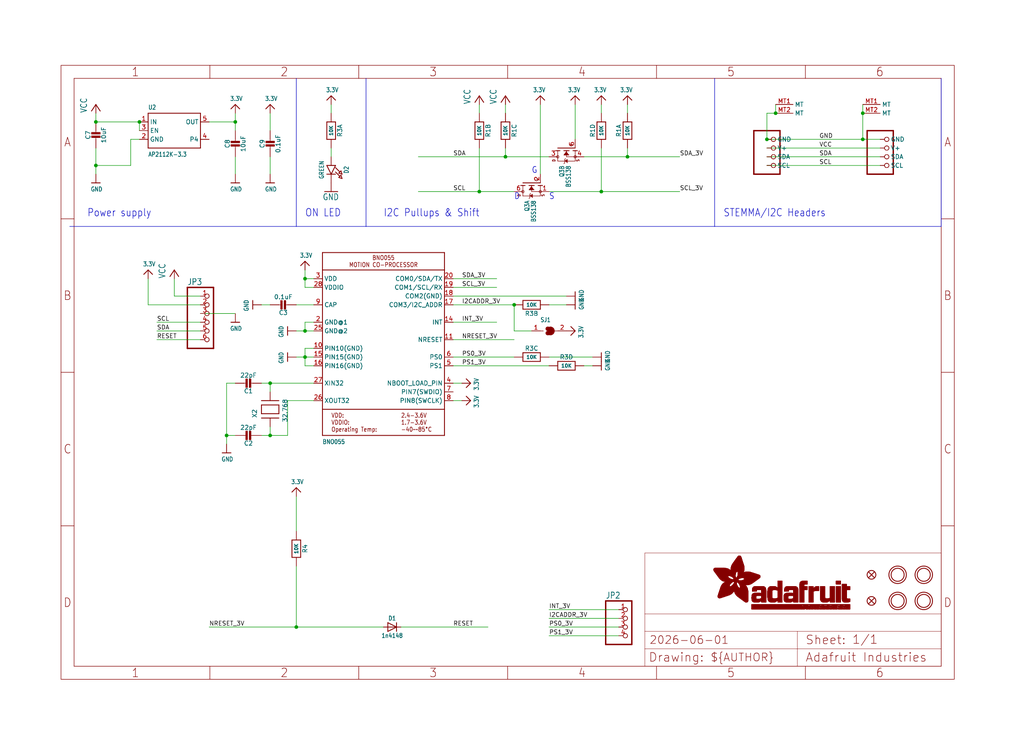
<source format=kicad_sch>
(kicad_sch (version 20230121) (generator eeschema)
  (paper "User" 298.45 217.322)
  (lib_symbols
    (symbol "working-eagle-import:3.3V" (power)
      (property "Value" "3.3V" (at -1.524 1.016 0))
      (symbol "3.3V_1_0"
        (pin power_in line (at 0 -2.54 90) (length 2.54) (name "3.3V") (number "1"))
      )
    )
    (symbol "working-eagle-import:BNO055"
      (symbol "BNO055_1_0"
        (text "2.4-3.6V\n1.7-3.6V\n-40~~85°C" (at 5.08 -24.13 0) (effects (font (size 1.27 1.0795)) (justify left)))
        (text "BNO055\nMOTION CO-PROCESSOR" (at 0 22.86 0) (effects (font (size 1.27 1.0795))))
        (text "VDD:\nVDDIO:\nOperating Temp:" (at -15.24 -24.13 0) (effects (font (size 1.27 1.0795)) (justify left)))
        (pin bidirectional line (at -20.32 -2.54 0) (length 2.54) (name "PIN10(GND)") (number "10"))
        (pin bidirectional line (at 20.32 0 180) (length 2.54) (name "NRESET") (number "11"))
        (pin output line (at 20.32 5.08 180) (length 2.54) (name "INT") (number "14"))
        (pin bidirectional line (at -20.32 -5.08 0) (length 2.54) (name "PIN15(GND)") (number "15"))
        (pin bidirectional line (at -20.32 -7.62 0) (length 2.54) (name "PIN16(GND)") (number "16"))
        (pin bidirectional line (at 20.32 10.16 180) (length 2.54) (name "COM3/I2C_ADDR") (number "17"))
        (pin bidirectional line (at 20.32 12.7 180) (length 2.54) (name "COM2(GND)") (number "18"))
        (pin bidirectional line (at 20.32 15.24 180) (length 2.54) (name "COM1/SCL/RX") (number "19"))
        (pin power_in line (at -20.32 5.08 0) (length 2.54) (name "GND@1") (number "2"))
        (pin bidirectional line (at 20.32 17.78 180) (length 2.54) (name "COM0/SDA/TX") (number "20"))
        (pin power_in line (at -20.32 2.54 0) (length 2.54) (name "GND@2") (number "25"))
        (pin output line (at -20.32 -17.78 0) (length 2.54) (name "XOUT32") (number "26"))
        (pin input line (at -20.32 -12.7 0) (length 2.54) (name "XIN32") (number "27"))
        (pin power_in line (at -20.32 15.24 0) (length 2.54) (name "VDDIO") (number "28"))
        (pin power_in line (at -20.32 17.78 0) (length 2.54) (name "VDD") (number "3"))
        (pin bidirectional line (at 20.32 -12.7 180) (length 2.54) (name "NBOOT_LOAD_PIN") (number "4"))
        (pin input line (at 20.32 -7.62 180) (length 2.54) (name "PS1") (number "5"))
        (pin input line (at 20.32 -5.08 180) (length 2.54) (name "PS0") (number "6"))
        (pin bidirectional line (at 20.32 -15.24 180) (length 2.54) (name "PIN7(SWDIO)") (number "7"))
        (pin bidirectional line (at 20.32 -17.78 180) (length 2.54) (name "PIN8(SWCLK)") (number "8"))
        (pin passive line (at -20.32 10.16 0) (length 2.54) (name "CAP") (number "9"))
      )
    )
    (symbol "working-eagle-import:CAP_CERAMIC0603_NO"
      (property "Reference" "C" (at -2.29 1.25 90))
      (symbol "CAP_CERAMIC0603_NO_1_0"
        (pin passive line (at 0 5.08 270) (length 2.54) (name "1") (number "1"))
        (pin passive line (at 0 -2.54 90) (length 2.54) (name "2") (number "2"))
      )
    )
    (symbol "working-eagle-import:CAP_CERAMIC0805-NOOUTLINE"
      (property "Reference" "C" (at -2.29 1.25 90))
      (symbol "CAP_CERAMIC0805-NOOUTLINE_1_0"
        (pin passive line (at 0 5.08 270) (length 2.54) (name "1") (number "1"))
        (pin passive line (at 0 -2.54 90) (length 2.54) (name "2") (number "2"))
      )
    )
    (symbol "working-eagle-import:DIODESOD-323"
      (property "Reference" "D" (at 0 2.54 0))
      (symbol "DIODESOD-323_1_0"
        (pin passive line (at -2.54 0 0) (length 2.54) (name "A") (number "A"))
        (pin passive line (at 2.54 0 180) (length 2.54) (name "C") (number "C"))
      )
    )
    (symbol "working-eagle-import:FIDUCIAL_1MM")
    (symbol "working-eagle-import:FRAME_A4_ADAFRUIT"
      (symbol "FRAME_A4_ADAFRUIT_1_0"
        (text "${#}/${##}" (at 230.505 10.16 0) (effects (font (size 2.54 2.54)) (justify left bottom)))
        (text "${AUTHOR}" (at 189.23 5.08 0) (effects (font (size 2.286 2.286)) (justify left bottom)))
        (text "${CURRENT_DATE}" (at 171.45 10.16 0) (effects (font (size 2.286 2.286)) (justify left bottom)))
        (text "${PROJECTNAME}" (at 171.45 15.24 0) (effects (font (size 2.54 2.54)) (justify left bottom)))
        (text "1" (at 21.6958 1.905 0) (effects (font (size 2.54 2.286))))
        (text "1" (at 21.6958 177.165 0) (effects (font (size 2.54 2.286))))
        (text "2" (at 65.0875 1.905 0) (effects (font (size 2.54 2.286))))
        (text "2" (at 65.0875 177.165 0) (effects (font (size 2.54 2.286))))
        (text "3" (at 108.4792 1.905 0) (effects (font (size 2.54 2.286))))
        (text "3" (at 108.4792 177.165 0) (effects (font (size 2.54 2.286))))
        (text "4" (at 151.8708 1.905 0) (effects (font (size 2.54 2.286))))
        (text "4" (at 151.8708 177.165 0) (effects (font (size 2.54 2.286))))
        (text "5" (at 195.2625 1.905 0) (effects (font (size 2.54 2.286))))
        (text "5" (at 195.2625 177.165 0) (effects (font (size 2.54 2.286))))
        (text "6" (at 238.6542 1.905 0) (effects (font (size 2.54 2.286))))
        (text "6" (at 238.6542 177.165 0) (effects (font (size 2.54 2.286))))
        (text "A" (at 1.905 156.6863 0) (effects (font (size 2.54 2.286))))
        (text "A" (at 258.445 156.6863 0) (effects (font (size 2.54 2.286))))
        (text "Adafruit Industries" (at 216.916 4.953 0) (effects (font (size 2.54 2.54)) (justify left bottom)))
        (text "B" (at 1.905 111.9188 0) (effects (font (size 2.54 2.286))))
        (text "B" (at 258.445 111.9188 0) (effects (font (size 2.54 2.286))))
        (text "C" (at 1.905 67.1513 0) (effects (font (size 2.54 2.286))))
        (text "C" (at 258.445 67.1513 0) (effects (font (size 2.54 2.286))))
        (text "D" (at 1.905 22.3838 0) (effects (font (size 2.54 2.286))))
        (text "D" (at 258.445 22.3838 0) (effects (font (size 2.54 2.286))))
        (text "Drawing:" (at 171.196 4.953 0) (effects (font (size 2.54 2.54)) (justify left bottom)))
        (text "Sheet:" (at 216.916 10.033 0) (effects (font (size 2.54 2.54)) (justify left bottom)))
      )
    )
    (symbol "working-eagle-import:GND" (power)
      (property "Value" "GND" (at -1.524 -2.54 0))
      (symbol "GND_1_0"
        (pin power_in line (at 0 2.54 270) (length 2.54) (name "GND") (number "1"))
      )
    )
    (symbol "working-eagle-import:HEADER-1X476MIL"
      (property "Reference" "JP" (at -6.35 8.255 0))
      (symbol "HEADER-1X476MIL_1_0"
        (pin passive inverted (at -2.54 5.08 0) (length 2.54) (name "1") (number "1"))
        (pin passive inverted (at -2.54 2.54 0) (length 2.54) (name "2") (number "2"))
        (pin passive inverted (at -2.54 0 0) (length 2.54) (name "3") (number "3"))
        (pin passive inverted (at -2.54 -2.54 0) (length 2.54) (name "4") (number "4"))
      )
    )
    (symbol "working-eagle-import:HEADER-1X670MIL"
      (property "Reference" "JP" (at -6.35 10.795 0))
      (symbol "HEADER-1X670MIL_1_0"
        (pin passive inverted (at -2.54 7.62 0) (length 2.54) (name "1") (number "1"))
        (pin passive inverted (at -2.54 5.08 0) (length 2.54) (name "2") (number "2"))
        (pin passive inverted (at -2.54 2.54 0) (length 2.54) (name "3") (number "3"))
        (pin passive inverted (at -2.54 0 0) (length 2.54) (name "4") (number "4"))
        (pin passive inverted (at -2.54 -2.54 0) (length 2.54) (name "5") (number "5"))
        (pin passive inverted (at -2.54 -5.08 0) (length 2.54) (name "6") (number "6"))
      )
    )
    (symbol "working-eagle-import:LED0603_NOOUTLINE"
      (property "Reference" "D" (at -1.27 4.445 0))
      (symbol "LED0603_NOOUTLINE_1_0"
        (pin passive line (at -5.08 0 0) (length 2.54) (name "A") (number "A"))
        (pin passive line (at 2.54 0 180) (length 2.54) (name "C") (number "C"))
      )
    )
    (symbol "working-eagle-import:MOSFET-N_DUAL"
      (property "Reference" "Q" (at 5.08 0.635 0))
      (symbol "MOSFET-N_DUAL_1_0"
        (text "D" (at 3.175 3.175 0) (effects (font (size 0.8128 0.6908)) (justify left bottom)))
        (text "G" (at -1.27 -1.905 0) (effects (font (size 0.8128 0.6908)) (justify left bottom)))
        (text "S" (at 3.175 -3.81 0) (effects (font (size 0.8128 0.6908)) (justify left bottom)))
        (pin bidirectional line (at 2.54 -5.08 90) (length 2.54) (name "S") (number "1"))
        (pin bidirectional line (at -2.54 -2.54 0) (length 2.54) (name "G") (number "2"))
        (pin bidirectional line (at 2.54 5.08 270) (length 2.54) (name "D") (number "6"))
      )
      (symbol "MOSFET-N_DUAL_2_0"
        (text "D" (at 3.175 3.175 0) (effects (font (size 0.8128 0.6908)) (justify left bottom)))
        (text "G" (at -1.27 -1.905 0) (effects (font (size 0.8128 0.6908)) (justify left bottom)))
        (text "S" (at 3.175 -3.81 0) (effects (font (size 0.8128 0.6908)) (justify left bottom)))
        (pin bidirectional line (at 2.54 5.08 270) (length 2.54) (name "D") (number "3"))
        (pin bidirectional line (at 2.54 -5.08 90) (length 2.54) (name "S") (number "4"))
        (pin bidirectional line (at -2.54 -2.54 0) (length 2.54) (name "G") (number "5"))
      )
    )
    (symbol "working-eagle-import:MOUNTINGHOLE2.5")
    (symbol "working-eagle-import:RESISTOR_0603_NOOUT"
      (property "Reference" "R" (at 0 2.54 0))
      (symbol "RESISTOR_0603_NOOUT_1_0"
        (pin passive line (at -5.08 0 0) (length 2.54) (name "1") (number "1"))
        (pin passive line (at 5.08 0 180) (length 2.54) (name "2") (number "2"))
      )
    )
    (symbol "working-eagle-import:RESISTOR_4PACK"
      (property "Reference" "R" (at 0 2.54 0))
      (symbol "RESISTOR_4PACK_1_0"
        (pin passive line (at -5.08 0 0) (length 2.54) (name "1") (number "1"))
        (pin passive line (at 5.08 0 180) (length 2.54) (name "2") (number "8"))
      )
      (symbol "RESISTOR_4PACK_2_0"
        (pin passive line (at -5.08 0 0) (length 2.54) (name "1") (number "2"))
        (pin passive line (at 5.08 0 180) (length 2.54) (name "2") (number "7"))
      )
      (symbol "RESISTOR_4PACK_3_0"
        (pin passive line (at -5.08 0 0) (length 2.54) (name "1") (number "3"))
        (pin passive line (at 5.08 0 180) (length 2.54) (name "2") (number "6"))
      )
      (symbol "RESISTOR_4PACK_4_0"
        (pin passive line (at -5.08 0 0) (length 2.54) (name "1") (number "4"))
        (pin passive line (at 5.08 0 180) (length 2.54) (name "2") (number "5"))
      )
    )
    (symbol "working-eagle-import:SOLDERJUMPER"
      (property "Reference" "SJ" (at -2.54 2.54 0))
      (symbol "SOLDERJUMPER_1_0"
        (pin passive line (at -5.08 0 0) (length 2.54) (name "1") (number "1"))
        (pin passive line (at 5.08 0 180) (length 2.54) (name "2") (number "2"))
      )
    )
    (symbol "working-eagle-import:STEMMA_I2C_QT"
      (symbol "STEMMA_I2C_QT_1_0"
        (pin passive inverted (at 0 5.08 0) (length 2.54) (name "GND") (number "1"))
        (pin passive inverted (at 0 2.54 0) (length 2.54) (name "V+") (number "2"))
        (pin passive inverted (at 0 0 0) (length 2.54) (name "SDA") (number "3"))
        (pin passive inverted (at 0 -2.54 0) (length 2.54) (name "SCL") (number "4"))
      )
      (symbol "STEMMA_I2C_QT_2_0"
        (pin bidirectional line (at 0 0 0) (length 5.08) (name "MT") (number "MT1"))
      )
      (symbol "STEMMA_I2C_QT_3_0"
        (pin bidirectional line (at 0 0 0) (length 5.08) (name "MT") (number "MT2"))
      )
    )
    (symbol "working-eagle-import:VCC" (power)
      (property "Value" "VCC" (at -2.54 -2.54 90))
      (symbol "VCC_1_0"
        (pin power_in line (at 0 -2.54 90) (length 2.54) (name "VCC") (number "1"))
      )
    )
    (symbol "working-eagle-import:VREG_SOT23-5"
      (property "Reference" "U" (at -7.62 6.096 0))
      (symbol "VREG_SOT23-5_1_0"
        (pin power_in line (at -10.16 2.54 0) (length 2.54) (name "IN") (number "1"))
        (pin power_in line (at -10.16 -2.54 0) (length 2.54) (name "GND") (number "2"))
        (pin input line (at -10.16 0 0) (length 2.54) (name "EN") (number "3"))
        (pin bidirectional line (at 10.16 -2.54 180) (length 2.54) (name "P4") (number "4"))
        (pin power_in line (at 10.16 2.54 180) (length 2.54) (name "OUT") (number "5"))
      )
    )
    (symbol "working-eagle-import:XTAL-3.2X1.5"
      (property "Reference" "X" (at -2.54 3.81 0))
      (symbol "XTAL-3.2X1.5_1_0"
        (pin bidirectional line (at -5.08 0 0) (length 2.54) (name "P$1") (number "P$1"))
        (pin bidirectional line (at 5.08 0 180) (length 2.54) (name "P$2") (number "P$2"))
      )
    )
    (symbol "working-eagle-import:supply1_GND" (power)
      (property "Value" "supply1_GND" (at -2.54 -2.54 0))
      (symbol "supply1_GND_1_0"
        (pin power_in line (at 0 2.54 270) (length 2.54) (name "GND") (number "1"))
      )
    )
  )
  (junction (at 68.58 35.56))
  (junction (at 78.74 111.76))
  (junction (at 226.06 33.02))
  (junction (at 139.7 55.88))
  (junction (at 86.36 182.88))
  (junction (at 251.46 33.02))
  (junction (at 27.94 48.26))
  (junction (at 88.9 104.14))
  (junction (at 78.74 127))
  (junction (at 251.46 40.64))
  (junction (at 27.94 35.56))
  (junction (at 147.32 45.72))
  (junction (at 40.64 35.56))
  (junction (at 88.9 81.28))
  (junction (at 223.52 40.64))
  (junction (at 175.26 55.88))
  (junction (at 66.04 127))
  (junction (at 149.86 88.9))
  (junction (at 182.88 45.72))
  (junction (at 88.9 96.52))
  (wire (pts (xy 50.8 86.36) (xy 50.8 81.28)) (stroke (width 0.1524)))
  (wire (pts (xy 170.18 106.68) (xy 172.72 106.68)) (stroke (width 0.1524)))
  (wire (pts (xy 88.9 106.68) (xy 88.9 104.14)) (stroke (width 0.1524)))
  (wire (pts (xy 60.96 182.88) (xy 86.36 182.88)) (stroke (width 0.1524)))
  (wire (pts (xy 132.08 104.14) (xy 149.86 104.14)) (stroke (width 0.1524)))
  (wire (pts (xy 160.02 182.88) (xy 180.34 182.88)) (stroke (width 0.1524)))
  (wire (pts (xy 43.18 88.9) (xy 43.18 81.28)) (stroke (width 0.1524)))
  (polyline (pts (xy 86.36 22.86) (xy 86.36 66.04)) (stroke (width 0.1524) (type solid)))
  (wire (pts (xy 160.02 45.72) (xy 147.32 45.72)) (stroke (width 0.1524)))
  (polyline (pts (xy 208.28 22.86) (xy 208.28 66.04)) (stroke (width 0.1524) (type solid)))
  (wire (pts (xy 132.08 111.76) (xy 134.62 111.76)) (stroke (width 0.1524)))
  (wire (pts (xy 223.52 33.02) (xy 223.52 40.64)) (stroke (width 0.1524)))
  (wire (pts (xy 86.36 165.1) (xy 86.36 182.88)) (stroke (width 0.1524)))
  (wire (pts (xy 88.9 93.98) (xy 88.9 96.52)) (stroke (width 0.1524)))
  (wire (pts (xy 256.54 40.64) (xy 251.46 40.64)) (stroke (width 0.1524)))
  (wire (pts (xy 251.46 40.64) (xy 223.52 40.64)) (stroke (width 0.1524)))
  (wire (pts (xy 157.48 50.8) (xy 157.48 30.48)) (stroke (width 0.1524)))
  (wire (pts (xy 38.1 48.26) (xy 27.94 48.26)) (stroke (width 0.1524)))
  (wire (pts (xy 68.58 35.56) (xy 68.58 38.1)) (stroke (width 0.1524)))
  (wire (pts (xy 251.46 33.02) (xy 251.46 40.64)) (stroke (width 0.1524)))
  (polyline (pts (xy 86.36 66.04) (xy 106.68 66.04)) (stroke (width 0.1524) (type solid)))
  (polyline (pts (xy 274.32 22.86) (xy 274.32 66.04)) (stroke (width 0.1524) (type solid)))
  (wire (pts (xy 58.42 88.9) (xy 43.18 88.9)) (stroke (width 0.1524)))
  (wire (pts (xy 139.7 30.48) (xy 139.7 33.02)) (stroke (width 0.1524)))
  (wire (pts (xy 96.52 45.72) (xy 96.52 43.18)) (stroke (width 0.1524)))
  (wire (pts (xy 91.44 116.84) (xy 83.82 116.84)) (stroke (width 0.1524)))
  (wire (pts (xy 86.36 182.88) (xy 111.76 182.88)) (stroke (width 0.1524)))
  (wire (pts (xy 40.64 35.56) (xy 27.94 35.56)) (stroke (width 0.1524)))
  (wire (pts (xy 58.42 93.98) (xy 45.72 93.98)) (stroke (width 0.1524)))
  (wire (pts (xy 132.08 83.82) (xy 144.78 83.82)) (stroke (width 0.1524)))
  (wire (pts (xy 147.32 45.72) (xy 121.92 45.72)) (stroke (width 0.1524)))
  (wire (pts (xy 40.64 40.64) (xy 38.1 40.64)) (stroke (width 0.1524)))
  (wire (pts (xy 147.32 43.18) (xy 147.32 45.72)) (stroke (width 0.1524)))
  (wire (pts (xy 134.62 116.84) (xy 132.08 116.84)) (stroke (width 0.1524)))
  (wire (pts (xy 88.9 81.28) (xy 88.9 78.74)) (stroke (width 0.1524)))
  (wire (pts (xy 91.44 104.14) (xy 88.9 104.14)) (stroke (width 0.1524)))
  (wire (pts (xy 88.9 101.6) (xy 88.9 104.14)) (stroke (width 0.1524)))
  (wire (pts (xy 66.04 111.76) (xy 66.04 127)) (stroke (width 0.1524)))
  (wire (pts (xy 132.08 88.9) (xy 149.86 88.9)) (stroke (width 0.1524)))
  (wire (pts (xy 256.54 45.72) (xy 223.52 45.72)) (stroke (width 0.1524)))
  (wire (pts (xy 38.1 40.64) (xy 38.1 48.26)) (stroke (width 0.1524)))
  (wire (pts (xy 88.9 104.14) (xy 86.36 104.14)) (stroke (width 0.1524)))
  (wire (pts (xy 160.02 185.42) (xy 180.34 185.42)) (stroke (width 0.1524)))
  (wire (pts (xy 58.42 96.52) (xy 45.72 96.52)) (stroke (width 0.1524)))
  (wire (pts (xy 78.74 45.72) (xy 78.74 50.8)) (stroke (width 0.1524)))
  (wire (pts (xy 160.02 177.8) (xy 180.34 177.8)) (stroke (width 0.1524)))
  (wire (pts (xy 58.42 91.44) (xy 68.58 91.44)) (stroke (width 0.1524)))
  (wire (pts (xy 91.44 106.68) (xy 88.9 106.68)) (stroke (width 0.1524)))
  (wire (pts (xy 149.86 88.9) (xy 149.86 96.52)) (stroke (width 0.1524)))
  (wire (pts (xy 88.9 83.82) (xy 88.9 81.28)) (stroke (width 0.1524)))
  (wire (pts (xy 78.74 88.9) (xy 76.2 88.9)) (stroke (width 0.1524)))
  (wire (pts (xy 139.7 43.18) (xy 139.7 55.88)) (stroke (width 0.1524)))
  (wire (pts (xy 27.94 33.02) (xy 27.94 35.56)) (stroke (width 0.1524)))
  (wire (pts (xy 96.52 30.48) (xy 96.52 33.02)) (stroke (width 0.1524)))
  (wire (pts (xy 66.04 127) (xy 66.04 129.54)) (stroke (width 0.1524)))
  (wire (pts (xy 78.74 124.46) (xy 78.74 127)) (stroke (width 0.1524)))
  (wire (pts (xy 175.26 33.02) (xy 175.26 30.48)) (stroke (width 0.1524)))
  (wire (pts (xy 78.74 114.3) (xy 78.74 111.76)) (stroke (width 0.1524)))
  (wire (pts (xy 167.64 40.64) (xy 167.64 30.48)) (stroke (width 0.1524)))
  (wire (pts (xy 139.7 55.88) (xy 121.92 55.88)) (stroke (width 0.1524)))
  (wire (pts (xy 88.9 96.52) (xy 86.36 96.52)) (stroke (width 0.1524)))
  (wire (pts (xy 58.42 86.36) (xy 50.8 86.36)) (stroke (width 0.1524)))
  (wire (pts (xy 68.58 127) (xy 66.04 127)) (stroke (width 0.1524)))
  (wire (pts (xy 40.64 38.1) (xy 40.64 35.56)) (stroke (width 0.1524)))
  (wire (pts (xy 78.74 111.76) (xy 76.2 111.76)) (stroke (width 0.1524)))
  (wire (pts (xy 160.02 104.14) (xy 172.72 104.14)) (stroke (width 0.1524)))
  (wire (pts (xy 78.74 33.02) (xy 78.74 38.1)) (stroke (width 0.1524)))
  (wire (pts (xy 68.58 35.56) (xy 68.58 33.02)) (stroke (width 0.1524)))
  (wire (pts (xy 182.88 45.72) (xy 198.12 45.72)) (stroke (width 0.1524)))
  (wire (pts (xy 175.26 55.88) (xy 198.12 55.88)) (stroke (width 0.1524)))
  (wire (pts (xy 91.44 96.52) (xy 88.9 96.52)) (stroke (width 0.1524)))
  (wire (pts (xy 91.44 111.76) (xy 78.74 111.76)) (stroke (width 0.1524)))
  (wire (pts (xy 91.44 101.6) (xy 88.9 101.6)) (stroke (width 0.1524)))
  (wire (pts (xy 160.02 180.34) (xy 180.34 180.34)) (stroke (width 0.1524)))
  (wire (pts (xy 68.58 45.72) (xy 68.58 50.8)) (stroke (width 0.1524)))
  (wire (pts (xy 86.36 154.94) (xy 86.36 144.78)) (stroke (width 0.1524)))
  (wire (pts (xy 132.08 81.28) (xy 144.78 81.28)) (stroke (width 0.1524)))
  (wire (pts (xy 226.06 30.48) (xy 226.06 33.02)) (stroke (width 0.1524)))
  (wire (pts (xy 27.94 48.26) (xy 27.94 50.8)) (stroke (width 0.1524)))
  (wire (pts (xy 251.46 30.48) (xy 251.46 33.02)) (stroke (width 0.1524)))
  (wire (pts (xy 116.84 182.88) (xy 142.24 182.88)) (stroke (width 0.1524)))
  (wire (pts (xy 68.58 111.76) (xy 66.04 111.76)) (stroke (width 0.1524)))
  (wire (pts (xy 132.08 106.68) (xy 160.02 106.68)) (stroke (width 0.1524)))
  (wire (pts (xy 91.44 88.9) (xy 86.36 88.9)) (stroke (width 0.1524)))
  (wire (pts (xy 132.08 99.06) (xy 149.86 99.06)) (stroke (width 0.1524)))
  (wire (pts (xy 149.86 96.52) (xy 154.94 96.52)) (stroke (width 0.1524)))
  (wire (pts (xy 226.06 33.02) (xy 223.52 33.02)) (stroke (width 0.1524)))
  (wire (pts (xy 175.26 43.18) (xy 175.26 55.88)) (stroke (width 0.1524)))
  (wire (pts (xy 182.88 33.02) (xy 182.88 30.48)) (stroke (width 0.1524)))
  (wire (pts (xy 27.94 48.26) (xy 27.94 43.18)) (stroke (width 0.1524)))
  (wire (pts (xy 160.02 55.88) (xy 175.26 55.88)) (stroke (width 0.1524)))
  (wire (pts (xy 132.08 93.98) (xy 144.78 93.98)) (stroke (width 0.1524)))
  (wire (pts (xy 83.82 116.84) (xy 83.82 127)) (stroke (width 0.1524)))
  (polyline (pts (xy 208.28 66.04) (xy 274.32 66.04)) (stroke (width 0.1524) (type solid)))
  (wire (pts (xy 78.74 127) (xy 76.2 127)) (stroke (width 0.1524)))
  (polyline (pts (xy 106.68 22.86) (xy 106.68 66.04)) (stroke (width 0.1524) (type solid)))
  (wire (pts (xy 149.86 55.88) (xy 139.7 55.88)) (stroke (width 0.1524)))
  (polyline (pts (xy 106.68 66.04) (xy 208.28 66.04)) (stroke (width 0.1524) (type solid)))
  (wire (pts (xy 223.52 48.26) (xy 256.54 48.26)) (stroke (width 0.1524)))
  (wire (pts (xy 223.52 43.18) (xy 256.54 43.18)) (stroke (width 0.1524)))
  (wire (pts (xy 170.18 45.72) (xy 182.88 45.72)) (stroke (width 0.1524)))
  (wire (pts (xy 165.1 88.9) (xy 160.02 88.9)) (stroke (width 0.1524)))
  (wire (pts (xy 91.44 83.82) (xy 88.9 83.82)) (stroke (width 0.1524)))
  (wire (pts (xy 165.1 86.36) (xy 132.08 86.36)) (stroke (width 0.1524)))
  (wire (pts (xy 91.44 81.28) (xy 88.9 81.28)) (stroke (width 0.1524)))
  (wire (pts (xy 147.32 33.02) (xy 147.32 30.48)) (stroke (width 0.1524)))
  (wire (pts (xy 83.82 127) (xy 78.74 127)) (stroke (width 0.1524)))
  (polyline (pts (xy 20.32 66.04) (xy 86.36 66.04)) (stroke (width 0.1524) (type solid)))
  (wire (pts (xy 58.42 99.06) (xy 45.72 99.06)) (stroke (width 0.1524)))
  (wire (pts (xy 91.44 93.98) (xy 88.9 93.98)) (stroke (width 0.1524)))
  (wire (pts (xy 60.96 35.56) (xy 68.58 35.56)) (stroke (width 0.1524)))
  (wire (pts (xy 182.88 43.18) (xy 182.88 45.72)) (stroke (width 0.1524)))
  (text "ON LED" (at 88.9 63.5 0) (effects (font (size 2.1844 1.8567)) (justify left bottom)))
  (text "Power supply" (at 25.4 63.5 0) (effects (font (size 2.1844 1.8567)) (justify left bottom)))
  (text "STEMMA/I2C Headers" (at 210.82 63.5 0) (effects (font (size 2.1844 1.8567)) (justify left bottom)))
  (text "I2C Pullups & Shift" (at 111.76 63.5 0) (effects (font (size 2.1844 1.8567)) (justify left bottom)))
  (text "G" (at 154.94 50.8 0) (effects (font (size 1.778 1.5113)) (justify left bottom)))
  (text "S" (at 160.02 58.42 0) (effects (font (size 1.778 1.5113)) (justify left bottom)))
  (text "D" (at 149.86 58.42 0) (effects (font (size 1.778 1.5113)) (justify left bottom)))
  (label "PS1_3V" (at 160.02 185.42 0) (effects (font (size 1.2446 1.2446))))
  (label "SDA" (at 45.72 96.52 0) (effects (font (size 1.2446 1.2446))))
  (label "SDA" (at 238.76 45.72 0) (effects (font (size 1.2446 1.2446))))
  (label "RESET" (at 45.72 99.06 0) (effects (font (size 1.2446 1.2446))))
  (label "GND" (at 238.76 40.64 0) (effects (font (size 1.2446 1.2446))))
  (label "VCC" (at 238.76 43.18 0) (effects (font (size 1.2446 1.2446))))
  (label "I2CADDR_3V" (at 134.62 88.9 0) (effects (font (size 1.2446 1.2446))))
  (label "SCL" (at 238.76 48.26 0) (effects (font (size 1.2446 1.2446))))
  (label "SCL" (at 45.72 93.98 0) (effects (font (size 1.2446 1.2446))))
  (label "SCL_3V" (at 134.62 83.82 0) (effects (font (size 1.2446 1.2446))))
  (label "NRESET_3V" (at 60.96 182.88 0) (effects (font (size 1.2446 1.2446))))
  (label "PS1_3V" (at 134.62 106.68 0) (effects (font (size 1.2446 1.2446))))
  (label "NRESET_3V" (at 134.62 99.06 0) (effects (font (size 1.2446 1.2446))))
  (label "SDA_3V" (at 134.62 81.28 0) (effects (font (size 1.2446 1.2446))))
  (label "PS0_3V" (at 160.02 182.88 0) (effects (font (size 1.2446 1.2446))))
  (label "I2CADDR_3V" (at 160.02 180.34 0) (effects (font (size 1.2446 1.2446))))
  (label "INT_3V" (at 134.62 93.98 0) (effects (font (size 1.2446 1.2446))))
  (label "SDA_3V" (at 198.12 45.72 0) (effects (font (size 1.2446 1.2446))))
  (label "SCL" (at 132.08 55.88 0) (effects (font (size 1.2446 1.2446))))
  (label "SDA" (at 132.08 45.72 0) (effects (font (size 1.2446 1.2446))))
  (label "SCL_3V" (at 198.12 55.88 0) (effects (font (size 1.2446 1.2446))))
  (label "INT_3V" (at 160.02 177.8 0) (effects (font (size 1.2446 1.2446))))
  (label "RESET" (at 132.08 182.88 0) (effects (font (size 1.2446 1.2446))))
  (label "PS0_3V" (at 134.62 104.14 0) (effects (font (size 1.2446 1.2446))))
  (symbol (lib_id "working-eagle-import:MOUNTINGHOLE2.5") (at 261.62 167.64 0) (unit 1)
    (property "Reference" "U$46" (effects hide))
    (property "Value" "MOUNTINGHOLE2.5" (effects hide))
    (property "Footprint" "working:MOUNTINGHOLE_2.5_PLATED" (effects hide))
  )
  (symbol (lib_id "working-eagle-import:MOUNTINGHOLE2.5") (at 269.24 167.64 0) (unit 1)
    (property "Reference" "U$48" (effects hide))
    (property "Value" "MOUNTINGHOLE2.5" (effects hide))
    (property "Footprint" "working:MOUNTINGHOLE_2.5_PLATED" (effects hide))
  )
  (symbol (lib_id "working-eagle-import:VREG_SOT23-5") (at 50.8 38.1 0) (unit 1)
    (property "Reference" "U2" (at 43.18 32.004 0) (effects (font (size 1.27 1.0795)) (justify left bottom)))
    (property "Value" "AP2112K-3.3" (at 43.18 45.72 0) (effects (font (size 1.27 1.0795)) (justify left bottom)))
    (property "Footprint" "working:SOT23-5" (effects hide))
  )
  (symbol (lib_id "working-eagle-import:HEADER-1X476MIL") (at 182.88 182.88 0) (unit 1)
    (property "Reference" "JP2" (at 176.53 174.625 0) (effects (font (size 1.778 1.5113)) (justify left bottom)))
    (property "Value" "HEADER-1X476MIL" (effects hide))
    (property "Footprint" "working:1X04_ROUND_76" (effects hide))
  )
  (symbol (lib_id "working-eagle-import:MOUNTINGHOLE2.5") (at 269.24 175.26 0) (unit 1)
    (property "Reference" "U$49" (effects hide))
    (property "Value" "MOUNTINGHOLE2.5" (effects hide))
    (property "Footprint" "working:MOUNTINGHOLE_2.5_PLATED" (effects hide))
  )
  (symbol (lib_id "working-eagle-import:GND") (at 83.82 104.14 270) (unit 1)
    (property "Reference" "#U$12" (effects hide))
    (property "Value" "GND" (at 81.28 102.616 0) (effects (font (size 1.27 1.0795)) (justify left bottom)))
  )
  (symbol (lib_id "working-eagle-import:supply1_GND") (at 96.52 55.88 0) (unit 1)
    (property "Reference" "#GND6" (effects hide))
    (property "Value" "GND" (at 93.98 58.42 0) (effects (font (size 1.778 1.5113)) (justify left bottom)))
  )
  (symbol (lib_id "working-eagle-import:STEMMA_I2C_QT") (at 226.06 30.48 0) (unit 2)
    (property "Reference" "CONN3" (effects hide))
    (property "Value" "STEMMA_I2C_QT" (effects hide))
    (property "Footprint" "working:JST_SH4" (effects hide))
  )
  (symbol (lib_id "working-eagle-import:RESISTOR_4PACK") (at 165.1 106.68 0) (unit 4)
    (property "Reference" "R3" (at 165.1 104.14 0))
    (property "Value" "10K" (at 165.1 106.68 0) (effects (font (size 1.016 1.016) bold)))
    (property "Footprint" "working:RESPACK_4X0603" (effects hide))
  )
  (symbol (lib_id "working-eagle-import:FIDUCIAL_1MM") (at 254 167.64 0) (unit 1)
    (property "Reference" "FID4" (effects hide))
    (property "Value" "FIDUCIAL_1MM" (effects hide))
    (property "Footprint" "working:FIDUCIAL_1MM" (effects hide))
  )
  (symbol (lib_id "working-eagle-import:RESISTOR_4PACK") (at 182.88 38.1 90) (mirror x) (unit 1)
    (property "Reference" "R1" (at 180.34 38.1 0))
    (property "Value" "10K" (at 182.88 38.1 0) (effects (font (size 1.016 1.016) bold)))
    (property "Footprint" "working:RESPACK_4X0603" (effects hide))
  )
  (symbol (lib_id "working-eagle-import:3.3V") (at 68.58 30.48 0) (unit 1)
    (property "Reference" "#U$39" (effects hide))
    (property "Value" "3.3V" (at 67.056 29.464 0) (effects (font (size 1.27 1.0795)) (justify left bottom)))
  )
  (symbol (lib_id "working-eagle-import:MOSFET-N_DUAL") (at 165.1 43.18 90) (mirror x) (unit 2)
    (property "Reference" "Q3" (at 164.465 48.26 0) (effects (font (size 1.27 1.0795)) (justify left bottom)))
    (property "Value" "BSS138" (at 166.37 48.26 0) (effects (font (size 1.27 1.0795)) (justify left bottom)))
    (property "Footprint" "working:SOT363" (effects hide))
  )
  (symbol (lib_id "working-eagle-import:3.3V") (at 157.48 27.94 0) (mirror y) (unit 1)
    (property "Reference" "#U$42" (effects hide))
    (property "Value" "3.3V" (at 159.004 26.924 0) (effects (font (size 1.27 1.0795)) (justify left bottom)))
  )
  (symbol (lib_id "working-eagle-import:3.3V") (at 182.88 27.94 0) (mirror y) (unit 1)
    (property "Reference" "#U$40" (effects hide))
    (property "Value" "3.3V" (at 184.404 26.924 0) (effects (font (size 1.27 1.0795)) (justify left bottom)))
  )
  (symbol (lib_id "working-eagle-import:GND") (at 83.82 96.52 270) (unit 1)
    (property "Reference" "#U$13" (effects hide))
    (property "Value" "GND" (at 81.28 94.996 0) (effects (font (size 1.27 1.0795)) (justify left bottom)))
  )
  (symbol (lib_id "working-eagle-import:STEMMA_I2C_QT") (at 251.46 30.48 0) (unit 2)
    (property "Reference" "CONN4" (effects hide))
    (property "Value" "STEMMA_I2C_QT" (effects hide))
    (property "Footprint" "working:JST_SH4" (effects hide))
  )
  (symbol (lib_id "working-eagle-import:GND") (at 68.58 53.34 0) (unit 1)
    (property "Reference" "#U$35" (effects hide))
    (property "Value" "GND" (at 67.056 55.88 0) (effects (font (size 1.27 1.0795)) (justify left bottom)))
  )
  (symbol (lib_id "working-eagle-import:3.3V") (at 96.52 27.94 0) (unit 1)
    (property "Reference" "#U$50" (effects hide))
    (property "Value" "3.3V" (at 94.996 26.924 0) (effects (font (size 1.27 1.0795)) (justify left bottom)))
  )
  (symbol (lib_id "working-eagle-import:MOSFET-N_DUAL") (at 154.94 53.34 90) (mirror x) (unit 1)
    (property "Reference" "Q3" (at 154.305 58.42 0) (effects (font (size 1.27 1.0795)) (justify left bottom)))
    (property "Value" "BSS138" (at 156.21 58.42 0) (effects (font (size 1.27 1.0795)) (justify left bottom)))
    (property "Footprint" "working:SOT363" (effects hide))
  )
  (symbol (lib_id "working-eagle-import:RESISTOR_4PACK") (at 139.7 38.1 270) (unit 2)
    (property "Reference" "R1" (at 142.24 38.1 0))
    (property "Value" "10K" (at 139.7 38.1 0) (effects (font (size 1.016 1.016) bold)))
    (property "Footprint" "working:RESPACK_4X0603" (effects hide))
  )
  (symbol (lib_id "working-eagle-import:RESISTOR_0603_NOOUT") (at 86.36 160.02 270) (unit 1)
    (property "Reference" "R4" (at 88.9 160.02 0))
    (property "Value" "10K" (at 86.36 160.02 0) (effects (font (size 1.016 1.016) bold)))
    (property "Footprint" "working:0603-NO" (effects hide))
  )
  (symbol (lib_id "working-eagle-import:FRAME_A4_ADAFRUIT") (at 17.78 198.12 0) (unit 1)
    (property "Reference" "#U$47" (effects hide))
    (property "Value" "FRAME_A4_ADAFRUIT" (effects hide))
  )
  (symbol (lib_id "working-eagle-import:GND") (at 66.04 132.08 0) (unit 1)
    (property "Reference" "#U$11" (effects hide))
    (property "Value" "GND" (at 64.516 134.62 0) (effects (font (size 1.27 1.0795)) (justify left bottom)))
  )
  (symbol (lib_id "working-eagle-import:VCC") (at 139.7 27.94 0) (unit 1)
    (property "Reference" "#P+1" (effects hide))
    (property "Value" "VCC" (at 137.16 30.48 90) (effects (font (size 1.778 1.5113)) (justify left bottom)))
  )
  (symbol (lib_id "working-eagle-import:3.3V") (at 167.64 96.52 270) (unit 1)
    (property "Reference" "#U$3" (effects hide))
    (property "Value" "3.3V" (at 168.656 94.996 0) (effects (font (size 1.27 1.0795)) (justify left bottom)))
  )
  (symbol (lib_id "working-eagle-import:RESISTOR_4PACK") (at 154.94 88.9 180) (unit 2)
    (property "Reference" "R3" (at 154.94 91.44 0))
    (property "Value" "10K" (at 154.94 88.9 0) (effects (font (size 1.016 1.016) bold)))
    (property "Footprint" "working:RESPACK_4X0603" (effects hide))
  )
  (symbol (lib_id "working-eagle-import:BNO055") (at 111.76 99.06 0) (unit 1)
    (property "Reference" "U$2" (effects hide))
    (property "Value" "BNO055" (at 93.98 129.54 0) (effects (font (size 1.27 1.0795)) (justify left bottom)))
    (property "Footprint" "working:BNO055" (effects hide))
  )
  (symbol (lib_id "working-eagle-import:GND") (at 78.74 53.34 0) (unit 1)
    (property "Reference" "#U$36" (effects hide))
    (property "Value" "GND" (at 77.216 55.88 0) (effects (font (size 1.27 1.0795)) (justify left bottom)))
  )
  (symbol (lib_id "working-eagle-import:SOLDERJUMPER") (at 160.02 96.52 0) (unit 1)
    (property "Reference" "SJ1" (at 157.48 93.98 0) (effects (font (size 1.27 1.0795)) (justify left bottom)))
    (property "Value" "SOLDERJUMPER" (effects hide))
    (property "Footprint" "working:SOLDERJUMPER_ARROW_NOPASTE" (effects hide))
  )
  (symbol (lib_id "working-eagle-import:CAP_CERAMIC0603_NO") (at 83.82 88.9 90) (unit 1)
    (property "Reference" "C3" (at 82.57 91.19 90))
    (property "Value" "0.1uF" (at 82.57 86.6 90))
    (property "Footprint" "working:0603-NO" (effects hide))
  )
  (symbol (lib_id "working-eagle-import:3.3V") (at 167.64 27.94 0) (mirror y) (unit 1)
    (property "Reference" "#U$43" (effects hide))
    (property "Value" "3.3V" (at 169.164 26.924 0) (effects (font (size 1.27 1.0795)) (justify left bottom)))
  )
  (symbol (lib_id "working-eagle-import:GND") (at 167.64 88.9 90) (unit 1)
    (property "Reference" "#U$7" (effects hide))
    (property "Value" "GND" (at 170.18 90.424 0) (effects (font (size 1.27 1.0795)) (justify left bottom)))
  )
  (symbol (lib_id "working-eagle-import:3.3V") (at 86.36 142.24 0) (unit 1)
    (property "Reference" "#U$27" (effects hide))
    (property "Value" "3.3V" (at 84.836 141.224 0) (effects (font (size 1.27 1.0795)) (justify left bottom)))
  )
  (symbol (lib_id "working-eagle-import:STEMMA_I2C_QT") (at 226.06 33.02 0) (unit 3)
    (property "Reference" "CONN3" (effects hide))
    (property "Value" "STEMMA_I2C_QT" (effects hide))
    (property "Footprint" "working:JST_SH4" (effects hide))
  )
  (symbol (lib_id "working-eagle-import:DIODESOD-323") (at 114.3 182.88 0) (unit 1)
    (property "Reference" "D1" (at 114.3 180.34 0) (effects (font (size 1.27 1.0795))))
    (property "Value" "1n4148" (at 114.3 185.38 0) (effects (font (size 1.27 1.0795))))
    (property "Footprint" "working:SOD-323" (effects hide))
  )
  (symbol (lib_id "working-eagle-import:LED0603_NOOUTLINE") (at 96.52 50.8 270) (unit 1)
    (property "Reference" "D2" (at 100.965 49.53 0) (effects (font (size 1.27 1.0795))))
    (property "Value" "GREEN" (at 93.726 49.53 0) (effects (font (size 1.27 1.0795))))
    (property "Footprint" "working:CHIPLED_0603_NOOUTLINE" (effects hide))
  )
  (symbol (lib_id "working-eagle-import:RESISTOR_4PACK") (at 175.26 38.1 90) (mirror x) (unit 4)
    (property "Reference" "R1" (at 172.72 38.1 0))
    (property "Value" "10K" (at 175.26 38.1 0) (effects (font (size 1.016 1.016) bold)))
    (property "Footprint" "working:RESPACK_4X0603" (effects hide))
  )
  (symbol (lib_id "working-eagle-import:CAP_CERAMIC0603_NO") (at 73.66 111.76 90) (unit 1)
    (property "Reference" "C1" (at 72.41 114.05 90))
    (property "Value" "22pF" (at 72.41 109.46 90))
    (property "Footprint" "working:0603-NO" (effects hide))
  )
  (symbol (lib_id "working-eagle-import:RESISTOR_4PACK") (at 96.52 38.1 270) (unit 1)
    (property "Reference" "R3" (at 99.06 38.1 0))
    (property "Value" "10K" (at 96.52 38.1 0) (effects (font (size 1.016 1.016) bold)))
    (property "Footprint" "working:RESPACK_4X0603" (effects hide))
  )
  (symbol (lib_id "working-eagle-import:XTAL-3.2X1.5") (at 78.74 119.38 90) (unit 1)
    (property "Reference" "X2" (at 74.93 121.92 0) (effects (justify left bottom)))
    (property "Value" "32.768" (at 83.82 123.19 0) (effects (justify left bottom)))
    (property "Footprint" "working:XTAL3215" (effects hide))
  )
  (symbol (lib_id "working-eagle-import:CAP_CERAMIC0805-NOOUTLINE") (at 68.58 43.18 0) (unit 1)
    (property "Reference" "C8" (at 66.29 41.93 90))
    (property "Value" "10uF" (at 70.88 41.93 90))
    (property "Footprint" "working:0805-NO" (effects hide))
  )
  (symbol (lib_id "working-eagle-import:GND") (at 167.64 86.36 90) (unit 1)
    (property "Reference" "#U$8" (effects hide))
    (property "Value" "GND" (at 170.18 87.884 0) (effects (font (size 1.27 1.0795)) (justify left bottom)))
  )
  (symbol (lib_id "working-eagle-import:CAP_CERAMIC0603_NO") (at 78.74 43.18 0) (unit 1)
    (property "Reference" "C9" (at 76.45 41.93 90))
    (property "Value" "0.1uF" (at 81.04 41.93 90))
    (property "Footprint" "working:0603-NO" (effects hide))
  )
  (symbol (lib_id "working-eagle-import:GND") (at 27.94 53.34 0) (unit 1)
    (property "Reference" "#U$34" (effects hide))
    (property "Value" "GND" (at 26.416 55.88 0) (effects (font (size 1.27 1.0795)) (justify left bottom)))
  )
  (symbol (lib_id "working-eagle-import:3.3V") (at 43.18 78.74 0) (unit 1)
    (property "Reference" "#U$44" (effects hide))
    (property "Value" "3.3V" (at 41.656 77.724 0) (effects (font (size 1.27 1.0795)) (justify left bottom)))
  )
  (symbol (lib_id "working-eagle-import:3.3V") (at 137.16 116.84 270) (unit 1)
    (property "Reference" "#U$1" (effects hide))
    (property "Value" "3.3V" (at 138.176 115.316 0) (effects (font (size 1.27 1.0795)) (justify left bottom)))
  )
  (symbol (lib_id "working-eagle-import:STEMMA_I2C_QT") (at 251.46 33.02 0) (unit 3)
    (property "Reference" "CONN4" (effects hide))
    (property "Value" "STEMMA_I2C_QT" (effects hide))
    (property "Footprint" "working:JST_SH4" (effects hide))
  )
  (symbol (lib_id "working-eagle-import:3.3V") (at 78.74 30.48 0) (unit 1)
    (property "Reference" "#U$38" (effects hide))
    (property "Value" "3.3V" (at 77.216 29.464 0) (effects (font (size 1.27 1.0795)) (justify left bottom)))
  )
  (symbol (lib_id "working-eagle-import:VCC") (at 27.94 30.48 0) (unit 1)
    (property "Reference" "#P+3" (effects hide))
    (property "Value" "VCC" (at 25.4 33.02 90) (effects (font (size 1.778 1.5113)) (justify left bottom)))
  )
  (symbol (lib_id "working-eagle-import:MOUNTINGHOLE2.5") (at 261.62 175.26 0) (unit 1)
    (property "Reference" "U$45" (effects hide))
    (property "Value" "MOUNTINGHOLE2.5" (effects hide))
    (property "Footprint" "working:MOUNTINGHOLE_2.5_PLATED" (effects hide))
  )
  (symbol (lib_id "working-eagle-import:GND") (at 175.26 106.68 90) (unit 1)
    (property "Reference" "#U$6" (effects hide))
    (property "Value" "GND" (at 177.8 108.204 0) (effects (font (size 1.27 1.0795)) (justify left bottom)))
  )
  (symbol (lib_id "working-eagle-import:STEMMA_I2C_QT") (at 223.52 45.72 0) (unit 1)
    (property "Reference" "CONN3" (effects hide))
    (property "Value" "STEMMA_I2C_QT" (effects hide))
    (property "Footprint" "working:JST_SH4" (effects hide))
  )
  (symbol (lib_id "working-eagle-import:RESISTOR_4PACK") (at 154.94 104.14 0) (unit 3)
    (property "Reference" "R3" (at 154.94 101.6 0))
    (property "Value" "10K" (at 154.94 104.14 0) (effects (font (size 1.016 1.016) bold)))
    (property "Footprint" "working:RESPACK_4X0603" (effects hide))
  )
  (symbol (lib_id "working-eagle-import:RESISTOR_4PACK") (at 147.32 38.1 270) (unit 3)
    (property "Reference" "R1" (at 149.86 38.1 0))
    (property "Value" "10K" (at 147.32 38.1 0) (effects (font (size 1.016 1.016) bold)))
    (property "Footprint" "working:RESPACK_4X0603" (effects hide))
  )
  (symbol (lib_id "working-eagle-import:GND") (at 73.66 88.9 270) (unit 1)
    (property "Reference" "#U$14" (effects hide))
    (property "Value" "GND" (at 71.12 87.376 0) (effects (font (size 1.27 1.0795)) (justify left bottom)))
  )
  (symbol (lib_id "working-eagle-import:FIDUCIAL_1MM") (at 254 175.26 0) (unit 1)
    (property "Reference" "FID3" (effects hide))
    (property "Value" "FIDUCIAL_1MM" (effects hide))
    (property "Footprint" "working:FIDUCIAL_1MM" (effects hide))
  )
  (symbol (lib_id "working-eagle-import:3.3V") (at 137.16 111.76 270) (unit 1)
    (property "Reference" "#U$15" (effects hide))
    (property "Value" "3.3V" (at 138.176 110.236 0) (effects (font (size 1.27 1.0795)) (justify left bottom)))
  )
  (symbol (lib_id "working-eagle-import:VCC") (at 50.8 78.74 0) (unit 1)
    (property "Reference" "#P+4" (effects hide))
    (property "Value" "VCC" (at 48.26 81.28 90) (effects (font (size 1.778 1.5113)) (justify left bottom)))
  )
  (symbol (lib_id "working-eagle-import:3.3V") (at 88.9 76.2 0) (unit 1)
    (property "Reference" "#U$21" (effects hide))
    (property "Value" "3.3V" (at 87.376 75.184 0) (effects (font (size 1.27 1.0795)) (justify left bottom)))
  )
  (symbol (lib_id "working-eagle-import:3.3V") (at 175.26 27.94 0) (mirror y) (unit 1)
    (property "Reference" "#U$41" (effects hide))
    (property "Value" "3.3V" (at 176.784 26.924 0) (effects (font (size 1.27 1.0795)) (justify left bottom)))
  )
  (symbol (lib_id "working-eagle-import:STEMMA_I2C_QT") (at 256.54 45.72 0) (unit 1)
    (property "Reference" "CONN4" (effects hide))
    (property "Value" "STEMMA_I2C_QT" (effects hide))
    (property "Footprint" "working:JST_SH4" (effects hide))
  )
  (symbol (lib_id "working-eagle-import:GND") (at 68.58 93.98 0) (unit 1)
    (property "Reference" "#U$37" (effects hide))
    (property "Value" "GND" (at 67.056 96.52 0) (effects (font (size 1.27 1.0795)) (justify left bottom)))
  )
  (symbol (lib_id "working-eagle-import:VCC") (at 147.32 27.94 0) (unit 1)
    (property "Reference" "#P+2" (effects hide))
    (property "Value" "VCC" (at 144.78 30.48 90) (effects (font (size 1.778 1.5113)) (justify left bottom)))
  )
  (symbol (lib_id "working-eagle-import:HEADER-1X670MIL") (at 60.96 93.98 0) (unit 1)
    (property "Reference" "JP3" (at 54.61 83.185 0) (effects (font (size 1.778 1.5113)) (justify left bottom)))
    (property "Value" "HEADER-1X670MIL" (effects hide))
    (property "Footprint" "working:1X06_ROUND_70" (effects hide))
  )
  (symbol (lib_id "working-eagle-import:GND") (at 175.26 104.14 90) (unit 1)
    (property "Reference" "#U$5" (effects hide))
    (property "Value" "GND" (at 177.8 105.664 0) (effects (font (size 1.27 1.0795)) (justify left bottom)))
  )
  (symbol (lib_id "working-eagle-import:CAP_CERAMIC0603_NO") (at 73.66 127 90) (unit 1)
    (property "Reference" "C2" (at 72.41 129.29 90))
    (property "Value" "22pF" (at 72.41 124.7 90))
    (property "Footprint" "working:0603-NO" (effects hide))
  )
  (symbol (lib_id "working-eagle-import:CAP_CERAMIC0805-NOOUTLINE") (at 27.94 40.64 0) (unit 1)
    (property "Reference" "C7" (at 25.65 39.39 90))
    (property "Value" "10uF" (at 30.24 39.39 90))
    (property "Footprint" "working:0805-NO" (effects hide))
  )
)
</source>
